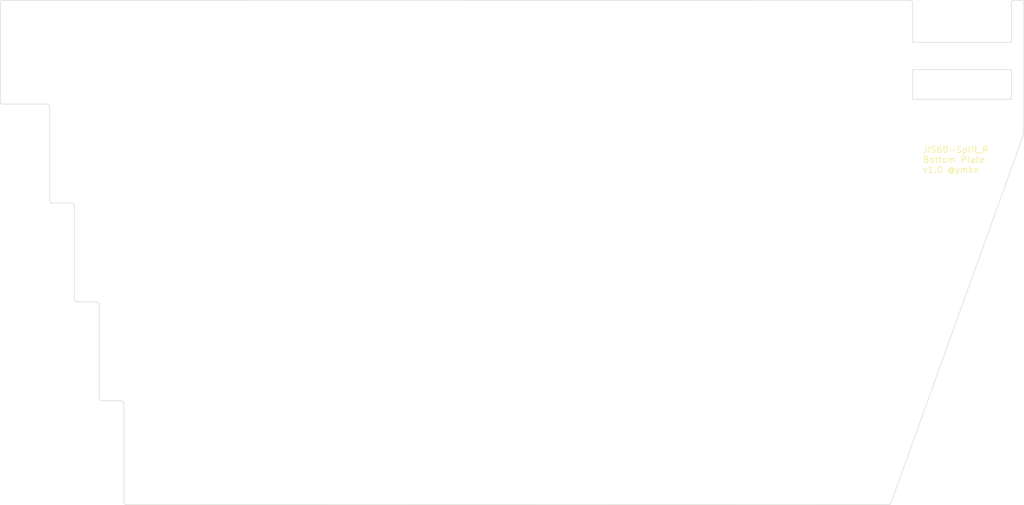
<source format=kicad_pcb>
(kicad_pcb (version 20221018) (generator pcbnew)
  (title_block (title "JIS60-Split_R Bottom Plate") (date "2023-05-29") (rev "1.0") (company "@ymkn"))
  (layers (0 "F.Cu" signal) (31 "B.Cu" signal) (34 "B.Paste" user) (35 "F.Paste" user) (36 "B.SilkS" user "B.Silkscreen") (37 "F.SilkS" user "F.Silkscreen") (38 "B.Mask" user) (39 "F.Mask" user) (44 "Edge.Cuts" user))
  (net 0 "")
  (footprint "kbd_Hole:m2_Screw_Hole" (layer "F.Cu") (at 67.6275 100.965)
    (fp_text reference "Ref**")
    (fp_text value "Val**")
    (pad "" np_thru_hole circle (at 0 0) (size 2.2 2.2) (drill 2.2) (layers "*.Cu" "*.Mask"))
  )
  (footprint "kbd_Hole:m2_Screw_Hole" (layer "F.Cu") (at 61.9125 42.8625)
    (fp_text reference "Ref**")
    (fp_text value "Val**")
    (pad "" np_thru_hole circle (at 0 0) (size 2.2 2.2) (drill 2.2) (layers "*.Cu" "*.Mask"))
  )
  (footprint "kbd_Hole:m2_Screw_Hole" (layer "F.Cu") (at 176.2125 43.33875)
    (fp_text reference "Ref**")
    (fp_text value "Val**")
    (pad "" np_thru_hole circle (at 0 0) (size 2.2 2.2) (drill 2.2) (layers "*.Cu" "*.Mask"))
  )
  (footprint "kbd_Hole:m2_Screw_Hole" (layer "F.Cu") (at 176.2125 100.965)
    (fp_text reference "Ref**")
    (fp_text value "Val**")
    (pad "" np_thru_hole circle (at 0 0) (size 2.2 2.2) (drill 2.2) (layers "*.Cu" "*.Mask"))
  )
  (gr_arc (start 43.362469 100.000655) (mid 43.008916 99.854208) (end 42.862469 99.500655) (stroke (width 0.1)) (layer "Edge.Cuts"))
  (gr_arc (start 42.362469 80.950655) (mid 42.716022 81.097102) (end 42.862469 81.450655) (stroke (width 0.1)) (layer "Edge.Cuts"))
  (gr_line (start 199.54875 23.359966) (end 199.54875 30.95625) (stroke (width 0.1)) (layer "Edge.Cuts"))
  (gr_line (start 218.59875 30.95625) (end 218.59875 23.36003) (stroke (width 0.1)) (layer "Edge.Cuts"))
  (gr_line (start 194.915785 120.026848) (end 48.124969 120.003155) (stroke (width 0.1)) (layer "Edge.Cuts"))
  (gr_arc (start 37.623719 61.900655) (mid 37.960493 62.040131) (end 38.099969 62.376905) (stroke (width 0.1)) (layer "Edge.Cuts"))
  (gr_line (start 42.862469 81.450655) (end 42.862469 99.500655) (stroke (width 0.1)) (layer "Edge.Cuts"))
  (gr_arc (start 220.979954 48.502161) (mid 220.972519 48.588105) (end 220.950423 48.671493) (stroke (width 0.1)) (layer "Edge.Cuts"))
  (gr_arc (start 220.480029 22.85997) (mid 220.833563 23.006428) (end 220.979999 23.359971) (stroke (width 0.1)) (layer "Edge.Cuts"))
  (gr_line (start 24.31247 22.848155) (end 199.048784 22.859966) (stroke (width 0.1)) (layer "Edge.Cuts"))
  (gr_arc (start 24.288719 42.850655) (mid 23.951945 42.711179) (end 23.812469 42.374405) (stroke (width 0.1)) (layer "Edge.Cuts"))
  (gr_line (start 47.624969 100.500655) (end 47.624969 119.503155) (stroke (width 0.1)) (layer "Edge.Cuts"))
  (gr_line (start 199.54875 30.95625) (end 218.59875 30.95625) (stroke (width 0.1)) (layer "Edge.Cuts"))
  (gr_line (start 23.812469 23.348155) (end 23.812469 42.374405) (stroke (width 0.1)) (layer "Edge.Cuts"))
  (gr_line (start 218.59875 36.195) (end 199.54875 36.195) (stroke (width 0.1)) (layer "Edge.Cuts"))
  (gr_line (start 33.813719 61.900655) (end 37.623719 61.900655) (stroke (width 0.1)) (layer "Edge.Cuts"))
  (gr_arc (start 23.812469 23.348156) (mid 23.958916 22.994602) (end 24.31247 22.848155) (stroke (width 0.1)) (layer "Edge.Cuts"))
  (gr_line (start 24.288719 42.850655) (end 32.861219 42.850655) (stroke (width 0.1)) (layer "Edge.Cuts"))
  (gr_arc (start 195.386349 119.69619) (mid 195.203362 119.935944) (end 194.915785 120.026848) (stroke (width 0.1)) (layer "Edge.Cuts"))
  (gr_line (start 38.099969 62.376905) (end 38.099969 80.450655) (stroke (width 0.1)) (layer "Edge.Cuts"))
  (gr_arc (start 33.813719 61.900655) (mid 33.476945 61.761179) (end 33.337469 61.424405) (stroke (width 0.1)) (layer "Edge.Cuts"))
  (gr_line (start 220.979969 48.502161) (end 220.979999 23.359971) (stroke (width 0.1)) (layer "Edge.Cuts"))
  (gr_line (start 195.38632 119.69618) (end 220.950423 48.671493) (stroke (width 0.1)) (layer "Edge.Cuts"))
  (gr_arc (start 199.048784 22.859966) (mid 199.402295 23.00644) (end 199.54875 23.359966) (stroke (width 0.1)) (layer "Edge.Cuts"))
  (gr_arc (start 47.124969 100.000731) (mid 47.478505 100.147142) (end 47.624969 100.500655) (stroke (width 0.1)) (layer "Edge.Cuts"))
  (gr_arc (start 48.124969 120.003155) (mid 47.771416 119.856708) (end 47.624969 119.503155) (stroke (width 0.1)) (layer "Edge.Cuts"))
  (gr_arc (start 218.59875 23.36003) (mid 218.7452 23.006464) (end 219.09878 22.86003) (stroke (width 0.1)) (layer "Edge.Cuts"))
  (gr_line (start 199.54875 41.91) (end 218.59875 41.91) (stroke (width 0.1)) (layer "Edge.Cuts"))
  (gr_line (start 38.599969 80.950655) (end 42.362469 80.950655) (stroke (width 0.1)) (layer "Edge.Cuts"))
  (gr_line (start 33.337469 43.326905) (end 33.337469 61.424405) (stroke (width 0.1)) (layer "Edge.Cuts"))
  (gr_arc (start 38.599969 80.950655) (mid 38.246416 80.804208) (end 38.099969 80.450655) (stroke (width 0.1)) (layer "Edge.Cuts"))
  (gr_line (start 199.54875 36.195) (end 199.54875 41.91) (stroke (width 0.1)) (layer "Edge.Cuts"))
  (gr_line (start 218.59875 41.91) (end 218.59875 36.195) (stroke (width 0.1)) (layer "Edge.Cuts"))
  (gr_arc (start 32.861219 42.850655) (mid 33.197993 42.990131) (end 33.337469 43.326905) (stroke (width 0.1)) (layer "Edge.Cuts"))
  (gr_line (start 43.362469 100.000655) (end 47.124969 100.000731) (stroke (width 0.1)) (layer "Edge.Cuts"))
  (gr_line (start 219.09878 22.86003) (end 220.480029 22.860113) (stroke (width 0.1)) (layer "Edge.Cuts"))
  (gr_text "JIS60-Split_R\nBottom Plate\nv1.0 @ymkn" (at 201.45375 56.1975) (layer "F.SilkS") (effects (font (size 1.2 1.2)) (justify left bottom)))
)
</source>
